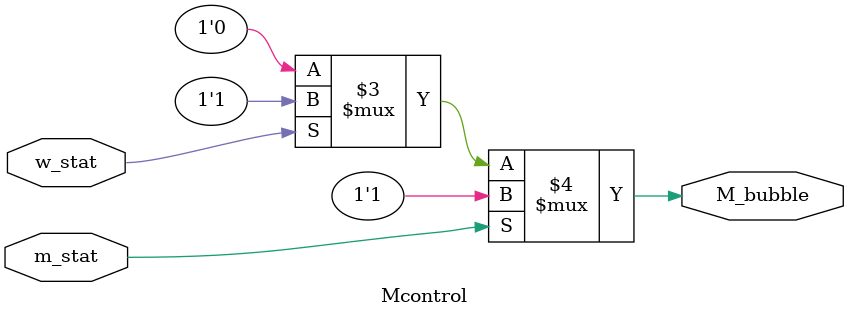
<source format=v>
module Msr ( M_stat , M_icode , M_cnd , M_valE , M_valA , M_dstE , M_dstM , 
             clk , M_stall , 
             E_stat , E_icode, e_cnd , e_valE , E_valA , e_dstE , E_dstM ) ; 

 
output M_stat ;
output [3:0] M_icode ;
output M_cnd ;
output signed [63:0] M_valE ;
output signed [63:0] M_valA ;
output [3:0] M_dstE ;
output [3:0] M_dstM ;

input clk ;
input M_stall ;

input E_stat ;
input [3:0] E_icode;
input e_cnd ;
input signed [63:0] e_valE ;
input signed [63:0] E_valA ;
input [3:0] e_dstE ;
input [3:0] E_dstM ;


always @( posedge (clk) ) begin 

    if  (M_bubble != 1'b1 ) begin
           
        M_stat  = E_stat  ;          
        M_icode = E_icode ;         
        M_cnd   = e_cnd   ;       
        M_valE  = e_valE  ;          
        M_valA  = E_valA  ;          
        M_dstE  = e_dstE  ;          
        M_dstM  = E_dstM  ;          

    end

    // else is when M should be bubbled
    else begin 

        M_icode = 4'h1 ; // nop
    end 

end
endmodule


///------------------------------------------------------------------------------------------------///

module Mcontrol ( M_bubble , m_stat , w_stat ) ;

output M_bubble ;
input m_stat ; 
input w_stat ;

assign M_bubble = ( m_stat != 1'b0 ) ? 1'b1 :
                  ( w_stat != 1'b0 ) ? 1'b1 :
                  1'b0 ; 


endmodule 
             

</source>
